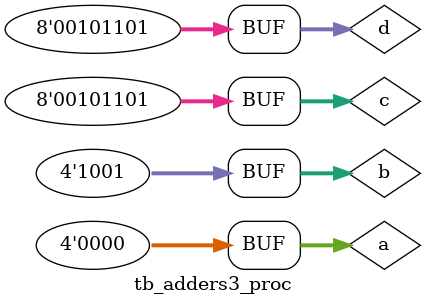
<source format=v>
module adder3_procedural(
	input [3:0] a,
	input [3:0] b,
	input [7:0] c,
	input [7:0] d,
	output reg [4:0] sum1,
	output reg [8:0] sum2,
	output reg [9:0] sum3
);

	// The order of the assignments in NOT important 
	always @(a or b) begin 
		sum1 = a + b;
	end 

	always @(c or d) begin
		sum2 = c + d;
	end 

	// Best practice control list 
	// Any change in RHS propagates to LHS 
	always @(*) begin 
		sum3 = sum1 + sum2;
	end 

	/*
	always @(*) begin 
		sum3 = a+b+c+d;
	end 
	*/

		
endmodule

`timescale 1us/1ns
module tb_adders3_proc(
);

	reg [3:0] a, b;
	reg [7:0] c, d;
	wire [4:0] sum1;
	wire [8:0] sum2;
	wire [9:0] sum3;

	// Instantiate the DUT 
	adders3_procedural ADD3(
		.a(a),
		.b(b),
		.c(c),
		.d(d),
		.sum1(sum1),
		.sum2(sum2),
		.sum3(sum3)
	);

	// Create stimulus 
	initial begin 
      $monitor(" a = %d, b = %d, c = %d, d = %d, sum1 = %d, sum2 = %d, sum3 = %d",
                 a ,b ,c, d, sum1, sum2, sum3);
       #1; a = 4'd0  ; b = 4'd3  ; c = 8'd1 ; d = 8'd255 ;
       #1; a = 4'd10 ; b = 4'd13 ; c = 8'd9 ; d = 8'd10 ;
       #1; a = 4'd15 ; b = 4'd15 ; c = 8'd109 ; d = 8'd37 ;
       #1; a = 4'd0  ; b = 4'd9  ; c = 8'd45 ; d = 8'd45 ;
       #1;
	end 

endmodule 

</source>
